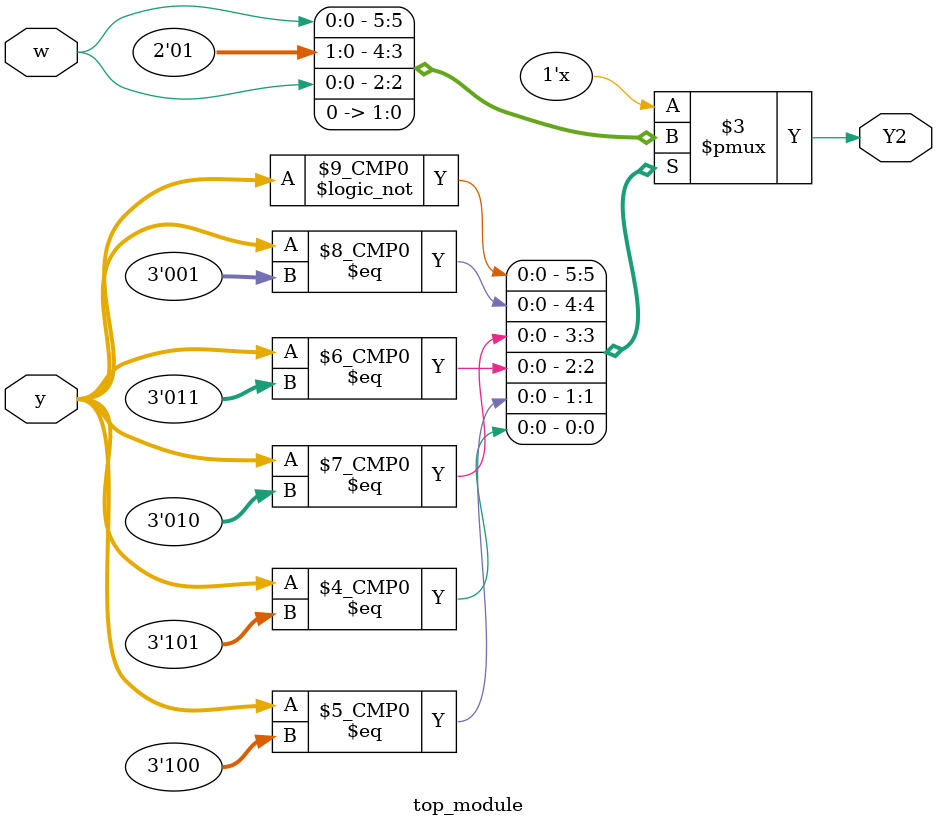
<source format=sv>
module top_module(
    input [3:1] y,
    input w,
    output reg Y2
);

always @(*) begin
    case (y)
        3'b000: Y2 = w;     // state A
        3'b001: Y2 = 1'b0;  // state B
        3'b010: Y2 = 1'b1;  // state C
        3'b011: Y2 = w;     // state D
        3'b100: Y2 = 1'b0;  // state E
        3'b101: Y2 = 1'b0;  // state F
        default: Y2 = 1'bx;
    endcase
end

endmodule

</source>
